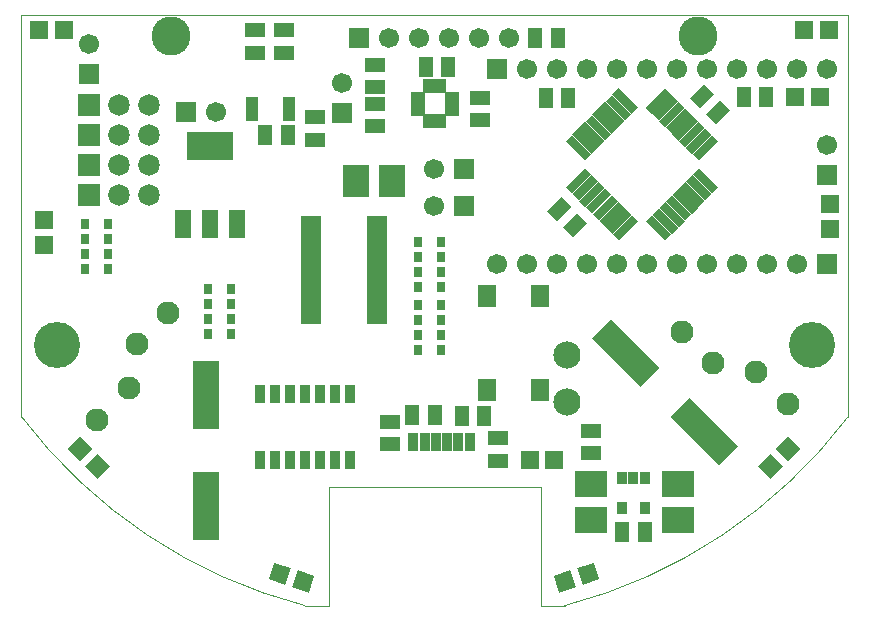
<source format=gbr>
G04 (created by PCBNEW (2013-07-07 BZR 4022)-stable) date 2/19/2015 5:20:46 AM*
%MOIN*%
G04 Gerber Fmt 3.4, Leading zero omitted, Abs format*
%FSLAX34Y34*%
G01*
G70*
G90*
G04 APERTURE LIST*
%ADD10C,0.00590551*%
%ADD11C,0.00393701*%
%ADD12R,0.0371654X0.0619685*%
%ADD13R,0.0629685X0.0729685*%
%ADD14R,0.0319685X0.0419685*%
%ADD15R,0.155968X0.0919685*%
%ADD16R,0.0519685X0.0919685*%
%ADD17R,0.0369685X0.0619685*%
%ADD18R,0.0469685X0.0669685*%
%ADD19R,0.0669685X0.0469685*%
%ADD20R,0.0669685X0.0669685*%
%ADD21C,0.0669685*%
%ADD22R,0.0316535X0.0375591*%
%ADD23R,0.0906685X0.228468*%
%ADD24R,0.0719685X0.0719685*%
%ADD25C,0.0719685*%
%ADD26C,0.0906685*%
%ADD27R,0.0414961X0.021811*%
%ADD28R,0.0591685X0.0591685*%
%ADD29R,0.0469685X0.0249685*%
%ADD30R,0.0249685X0.0469685*%
%ADD31R,0.110369X0.0887685*%
%ADD32R,0.0887685X0.110369*%
%ADD33R,0.0698685X0.0284685*%
%ADD34C,0.153701*%
%ADD35C,0.130079*%
%ADD36C,0.0769291*%
G04 APERTURE END LIST*
G54D10*
G54D11*
X102367Y-58653D02*
G75*
G02X92910Y-64961I-13785J10425D01*
G74*
G01*
X92913Y-64960D02*
X92125Y-64960D01*
X84251Y-64960D02*
X85039Y-64960D01*
X85039Y-61023D02*
X92125Y-61023D01*
X74797Y-58653D02*
G75*
G03X84255Y-64961I13785J10425D01*
G74*
G01*
X92125Y-61023D02*
X92125Y-64960D01*
X85039Y-61023D02*
X85039Y-64960D01*
X74803Y-58661D02*
X74803Y-45275D01*
X102362Y-45275D02*
X102362Y-58661D01*
X74803Y-45275D02*
X102362Y-45275D01*
G54D12*
X87868Y-59513D03*
X88616Y-59513D03*
X88990Y-59513D03*
X88242Y-59513D03*
X89364Y-59513D03*
X89738Y-59513D03*
G54D10*
G36*
X94716Y-52788D02*
X94506Y-52579D01*
X95147Y-51938D01*
X95357Y-52147D01*
X94716Y-52788D01*
X94716Y-52788D01*
G37*
G36*
X94493Y-52566D02*
X94283Y-52356D01*
X94925Y-51715D01*
X95134Y-51925D01*
X94493Y-52566D01*
X94493Y-52566D01*
G37*
G36*
X94271Y-52343D02*
X94061Y-52133D01*
X94702Y-51492D01*
X94912Y-51702D01*
X94271Y-52343D01*
X94271Y-52343D01*
G37*
G36*
X94048Y-52120D02*
X93838Y-51910D01*
X94479Y-51269D01*
X94689Y-51479D01*
X94048Y-52120D01*
X94048Y-52120D01*
G37*
G36*
X93825Y-51898D02*
X93615Y-51688D01*
X94256Y-51047D01*
X94466Y-51256D01*
X93825Y-51898D01*
X93825Y-51898D01*
G37*
G36*
X93602Y-51675D02*
X93393Y-51465D01*
X94034Y-50824D01*
X94243Y-51034D01*
X93602Y-51675D01*
X93602Y-51675D01*
G37*
G36*
X93380Y-51452D02*
X93170Y-51242D01*
X93811Y-50601D01*
X94021Y-50811D01*
X93380Y-51452D01*
X93380Y-51452D01*
G37*
G36*
X93157Y-51229D02*
X92947Y-51020D01*
X93588Y-50378D01*
X93798Y-50588D01*
X93157Y-51229D01*
X93157Y-51229D01*
G37*
G36*
X95821Y-48568D02*
X95611Y-48358D01*
X96253Y-47717D01*
X96462Y-47927D01*
X95821Y-48568D01*
X95821Y-48568D01*
G37*
G36*
X97384Y-50130D02*
X97174Y-49921D01*
X97815Y-49280D01*
X98025Y-49489D01*
X97384Y-50130D01*
X97384Y-50130D01*
G37*
G36*
X97158Y-49904D02*
X96948Y-49694D01*
X97589Y-49053D01*
X97799Y-49263D01*
X97158Y-49904D01*
X97158Y-49904D01*
G37*
G36*
X96931Y-49678D02*
X96722Y-49468D01*
X97363Y-48827D01*
X97573Y-49037D01*
X96931Y-49678D01*
X96931Y-49678D01*
G37*
G36*
X96712Y-49459D02*
X96502Y-49249D01*
X97144Y-48608D01*
X97353Y-48818D01*
X96712Y-49459D01*
X96712Y-49459D01*
G37*
G36*
X96486Y-49232D02*
X96276Y-49023D01*
X96917Y-48382D01*
X97127Y-48591D01*
X96486Y-49232D01*
X96486Y-49232D01*
G37*
G36*
X96267Y-49013D02*
X96057Y-48803D01*
X96698Y-48162D01*
X96908Y-48372D01*
X96267Y-49013D01*
X96267Y-49013D01*
G37*
G36*
X96040Y-48787D02*
X95831Y-48577D01*
X96472Y-47936D01*
X96682Y-48146D01*
X96040Y-48787D01*
X96040Y-48787D01*
G37*
G36*
X93585Y-50118D02*
X92944Y-49477D01*
X93154Y-49267D01*
X93795Y-49908D01*
X93585Y-50118D01*
X93585Y-50118D01*
G37*
G36*
X93807Y-49896D02*
X93166Y-49255D01*
X93376Y-49045D01*
X94017Y-49686D01*
X93807Y-49896D01*
X93807Y-49896D01*
G37*
G36*
X94031Y-49672D02*
X93390Y-49031D01*
X93600Y-48821D01*
X94241Y-49462D01*
X94031Y-49672D01*
X94031Y-49672D01*
G37*
G36*
X94253Y-49450D02*
X93612Y-48809D01*
X93822Y-48599D01*
X94463Y-49240D01*
X94253Y-49450D01*
X94253Y-49450D01*
G37*
G36*
X94476Y-49227D02*
X93835Y-48586D01*
X94045Y-48376D01*
X94686Y-49017D01*
X94476Y-49227D01*
X94476Y-49227D01*
G37*
G36*
X94698Y-49005D02*
X94057Y-48364D01*
X94267Y-48154D01*
X94908Y-48795D01*
X94698Y-49005D01*
X94698Y-49005D01*
G37*
G36*
X94922Y-48781D02*
X94281Y-48140D01*
X94490Y-47930D01*
X95132Y-48572D01*
X94922Y-48781D01*
X94922Y-48781D01*
G37*
G36*
X95144Y-48559D02*
X94503Y-47918D01*
X94712Y-47708D01*
X95354Y-48350D01*
X95144Y-48559D01*
X95144Y-48559D01*
G37*
G36*
X96260Y-52789D02*
X95619Y-52148D01*
X95828Y-51938D01*
X96469Y-52579D01*
X96260Y-52789D01*
X96260Y-52789D01*
G37*
G36*
X96479Y-52570D02*
X95838Y-51929D01*
X96048Y-51719D01*
X96689Y-52360D01*
X96479Y-52570D01*
X96479Y-52570D01*
G37*
G36*
X96705Y-52344D02*
X96064Y-51703D01*
X96274Y-51493D01*
X96915Y-52134D01*
X96705Y-52344D01*
X96705Y-52344D01*
G37*
G36*
X96924Y-52125D02*
X96283Y-51483D01*
X96493Y-51274D01*
X97134Y-51915D01*
X96924Y-52125D01*
X96924Y-52125D01*
G37*
G36*
X97144Y-51905D02*
X96502Y-51264D01*
X96712Y-51054D01*
X97353Y-51696D01*
X97144Y-51905D01*
X97144Y-51905D01*
G37*
G36*
X97370Y-51679D02*
X96729Y-51038D01*
X96938Y-50828D01*
X97580Y-51469D01*
X97370Y-51679D01*
X97370Y-51679D01*
G37*
G36*
X97596Y-51453D02*
X96955Y-50812D01*
X97165Y-50602D01*
X97806Y-51243D01*
X97596Y-51453D01*
X97596Y-51453D01*
G37*
G36*
X97822Y-51226D02*
X97181Y-50585D01*
X97391Y-50376D01*
X98032Y-51017D01*
X97822Y-51226D01*
X97822Y-51226D01*
G37*
G54D13*
X92085Y-54626D03*
X92085Y-57774D03*
X90315Y-57774D03*
X90315Y-54626D03*
G54D14*
X95575Y-60700D03*
X94825Y-60700D03*
X95575Y-61700D03*
X95200Y-60700D03*
X94825Y-61700D03*
G54D15*
X81100Y-49650D03*
G54D16*
X81100Y-52250D03*
X82000Y-52250D03*
X80200Y-52250D03*
G54D17*
X82750Y-60100D03*
X83250Y-60100D03*
X83750Y-60100D03*
X84250Y-60100D03*
X84750Y-60100D03*
X85250Y-60100D03*
X85750Y-60100D03*
X85750Y-57900D03*
X85250Y-57900D03*
X84750Y-57900D03*
X84250Y-57900D03*
X83750Y-57900D03*
X83250Y-57900D03*
X82750Y-57900D03*
G54D18*
X91928Y-46025D03*
X92678Y-46025D03*
G54D10*
G36*
X98417Y-48444D02*
X97944Y-48917D01*
X97612Y-48585D01*
X98085Y-48112D01*
X98417Y-48444D01*
X98417Y-48444D01*
G37*
G36*
X97887Y-47914D02*
X97414Y-48387D01*
X97082Y-48055D01*
X97555Y-47582D01*
X97887Y-47914D01*
X97887Y-47914D01*
G37*
G54D18*
X92275Y-48050D03*
X93025Y-48050D03*
X99625Y-48000D03*
X98875Y-48000D03*
G54D19*
X86600Y-48975D03*
X86600Y-48225D03*
X86600Y-46925D03*
X86600Y-47675D03*
X82600Y-46525D03*
X82600Y-45775D03*
X83550Y-46525D03*
X83550Y-45775D03*
X84600Y-48675D03*
X84600Y-49425D03*
G54D18*
X82928Y-49275D03*
X83678Y-49275D03*
X89025Y-47000D03*
X88275Y-47000D03*
X94825Y-62500D03*
X95575Y-62500D03*
G54D19*
X90100Y-48775D03*
X90100Y-48025D03*
G54D10*
G36*
X92332Y-51805D02*
X92805Y-51332D01*
X93137Y-51664D01*
X92664Y-52137D01*
X92332Y-51805D01*
X92332Y-51805D01*
G37*
G36*
X92862Y-52335D02*
X93335Y-51862D01*
X93667Y-52194D01*
X93194Y-52667D01*
X92862Y-52335D01*
X92862Y-52335D01*
G37*
G54D19*
X93800Y-59875D03*
X93800Y-59125D03*
X87100Y-58825D03*
X87100Y-59575D03*
G54D18*
X89475Y-58650D03*
X90225Y-58650D03*
G54D19*
X90700Y-60125D03*
X90700Y-59375D03*
G54D18*
X87825Y-58600D03*
X88575Y-58600D03*
G54D20*
X86053Y-46025D03*
G54D21*
X87053Y-46025D03*
X88053Y-46025D03*
X89053Y-46025D03*
X90053Y-46025D03*
X91053Y-46025D03*
G54D20*
X101650Y-50600D03*
G54D21*
X101650Y-49600D03*
G54D20*
X85500Y-48550D03*
G54D21*
X85500Y-47550D03*
G54D20*
X80300Y-48500D03*
G54D21*
X81300Y-48500D03*
G54D20*
X77050Y-47250D03*
G54D21*
X77050Y-46250D03*
G54D20*
X90650Y-47071D03*
G54D21*
X91650Y-47071D03*
X92650Y-47071D03*
X93650Y-47071D03*
X94650Y-47071D03*
X95650Y-47071D03*
X96650Y-47071D03*
X97650Y-47071D03*
X98650Y-47071D03*
X99650Y-47071D03*
X100650Y-47071D03*
X101650Y-47071D03*
G54D20*
X101650Y-53571D03*
G54D21*
X100650Y-53571D03*
X99650Y-53571D03*
X98650Y-53571D03*
X97650Y-53571D03*
X96650Y-53571D03*
X95650Y-53571D03*
X94650Y-53571D03*
X93650Y-53571D03*
X92650Y-53571D03*
X91650Y-53571D03*
X90650Y-53571D03*
G54D22*
X77693Y-53250D03*
X76906Y-53250D03*
X77693Y-52750D03*
X76906Y-52750D03*
X77693Y-53750D03*
X77693Y-52250D03*
X76906Y-52250D03*
X76906Y-53750D03*
X88006Y-53350D03*
X88793Y-53350D03*
X88006Y-53850D03*
X88793Y-53850D03*
X88006Y-52850D03*
X88006Y-54350D03*
X88793Y-54350D03*
X88793Y-52850D03*
X81793Y-55400D03*
X81006Y-55400D03*
X81793Y-54900D03*
X81006Y-54900D03*
X81793Y-55900D03*
X81793Y-54400D03*
X81006Y-54400D03*
X81006Y-55900D03*
X88006Y-55450D03*
X88793Y-55450D03*
X88006Y-55950D03*
X88793Y-55950D03*
X88006Y-54950D03*
X88006Y-56450D03*
X88793Y-56450D03*
X88793Y-54950D03*
G54D10*
G36*
X93813Y-56054D02*
X94454Y-55413D01*
X96070Y-57029D01*
X95429Y-57670D01*
X93813Y-56054D01*
X93813Y-56054D01*
G37*
G36*
X96429Y-58670D02*
X97070Y-58029D01*
X98686Y-59645D01*
X98045Y-60286D01*
X96429Y-58670D01*
X96429Y-58670D01*
G37*
G54D23*
X80950Y-57950D03*
X80950Y-61650D03*
G54D24*
X77053Y-51275D03*
G54D25*
X78053Y-51275D03*
X79053Y-51275D03*
G54D24*
X77053Y-50275D03*
G54D25*
X78053Y-50275D03*
X79053Y-50275D03*
G54D24*
X77053Y-49275D03*
G54D25*
X78053Y-49275D03*
X79053Y-49275D03*
G54D24*
X77053Y-48275D03*
G54D25*
X78053Y-48275D03*
X79053Y-48275D03*
G54D26*
X92987Y-58187D03*
X92987Y-56612D03*
G54D27*
X83710Y-48695D03*
X83710Y-48498D03*
X83710Y-48301D03*
X83710Y-48104D03*
X82489Y-48104D03*
X82489Y-48301D03*
X82489Y-48498D03*
X82489Y-48695D03*
G54D28*
X100587Y-48000D03*
X101413Y-48000D03*
X92563Y-60100D03*
X91737Y-60100D03*
X101750Y-52413D03*
X101750Y-51587D03*
X101716Y-45775D03*
X100890Y-45775D03*
G54D10*
G36*
X83037Y-64087D02*
X83220Y-63525D01*
X83783Y-63708D01*
X83600Y-64270D01*
X83037Y-64087D01*
X83037Y-64087D01*
G37*
G36*
X83823Y-64343D02*
X84005Y-63780D01*
X84568Y-63963D01*
X84385Y-64525D01*
X83823Y-64343D01*
X83823Y-64343D01*
G37*
G36*
X99761Y-60736D02*
X99342Y-60317D01*
X99761Y-59899D01*
X100179Y-60317D01*
X99761Y-60736D01*
X99761Y-60736D01*
G37*
G36*
X100345Y-60151D02*
X99926Y-59733D01*
X100345Y-59315D01*
X100763Y-59733D01*
X100345Y-60151D01*
X100345Y-60151D01*
G37*
G54D28*
X75390Y-45775D03*
X76216Y-45775D03*
X75553Y-52938D03*
X75553Y-52112D03*
G54D10*
G36*
X76342Y-59733D02*
X76761Y-59315D01*
X77179Y-59733D01*
X76761Y-60151D01*
X76342Y-59733D01*
X76342Y-59733D01*
G37*
G36*
X76926Y-60317D02*
X77345Y-59899D01*
X77763Y-60317D01*
X77345Y-60736D01*
X76926Y-60317D01*
X76926Y-60317D01*
G37*
G36*
X92720Y-64525D02*
X92537Y-63963D01*
X93100Y-63780D01*
X93283Y-64343D01*
X92720Y-64525D01*
X92720Y-64525D01*
G37*
G36*
X93505Y-64270D02*
X93323Y-63708D01*
X93885Y-63525D01*
X94068Y-64087D01*
X93505Y-64270D01*
X93505Y-64270D01*
G37*
G54D29*
X88022Y-48128D03*
X88022Y-47928D03*
X88022Y-48328D03*
X88022Y-48528D03*
X89162Y-48128D03*
X89162Y-47928D03*
X89162Y-48328D03*
X89162Y-48528D03*
G54D30*
X88482Y-48808D03*
X88682Y-48808D03*
X88862Y-48808D03*
X88302Y-48808D03*
X88862Y-47628D03*
X88682Y-47628D03*
X88482Y-47628D03*
X88302Y-47628D03*
G54D31*
X96700Y-62100D03*
X96700Y-60900D03*
G54D32*
X85950Y-50800D03*
X87150Y-50800D03*
G54D31*
X93800Y-60900D03*
X93800Y-62100D03*
G54D33*
X84451Y-53647D03*
X84451Y-53903D03*
X84451Y-54159D03*
X84451Y-54415D03*
X86653Y-52883D03*
X84451Y-52879D03*
X84451Y-53135D03*
X84451Y-53391D03*
X86655Y-54671D03*
X86655Y-54415D03*
X86655Y-54159D03*
X86655Y-53903D03*
X86655Y-53647D03*
X86655Y-53391D03*
X84451Y-54671D03*
X86653Y-53135D03*
X84451Y-52623D03*
X84451Y-54927D03*
X86655Y-54927D03*
X86655Y-52623D03*
X84451Y-52368D03*
X84451Y-55182D03*
X86655Y-55182D03*
X86655Y-52368D03*
X84451Y-52112D03*
X84451Y-55438D03*
X86655Y-55438D03*
X86655Y-52112D03*
G54D20*
X89550Y-50400D03*
G54D21*
X88550Y-50400D03*
G54D20*
X89550Y-51650D03*
G54D21*
X88550Y-51650D03*
G54D34*
X76000Y-56275D03*
X101150Y-56275D03*
G54D35*
X97350Y-45975D03*
X79800Y-45975D03*
G54D36*
X78668Y-56249D03*
X79698Y-55219D03*
X78384Y-57696D03*
X77313Y-58768D03*
X97837Y-56884D03*
X96807Y-55854D03*
X99285Y-57168D03*
X100357Y-58239D03*
M02*

</source>
